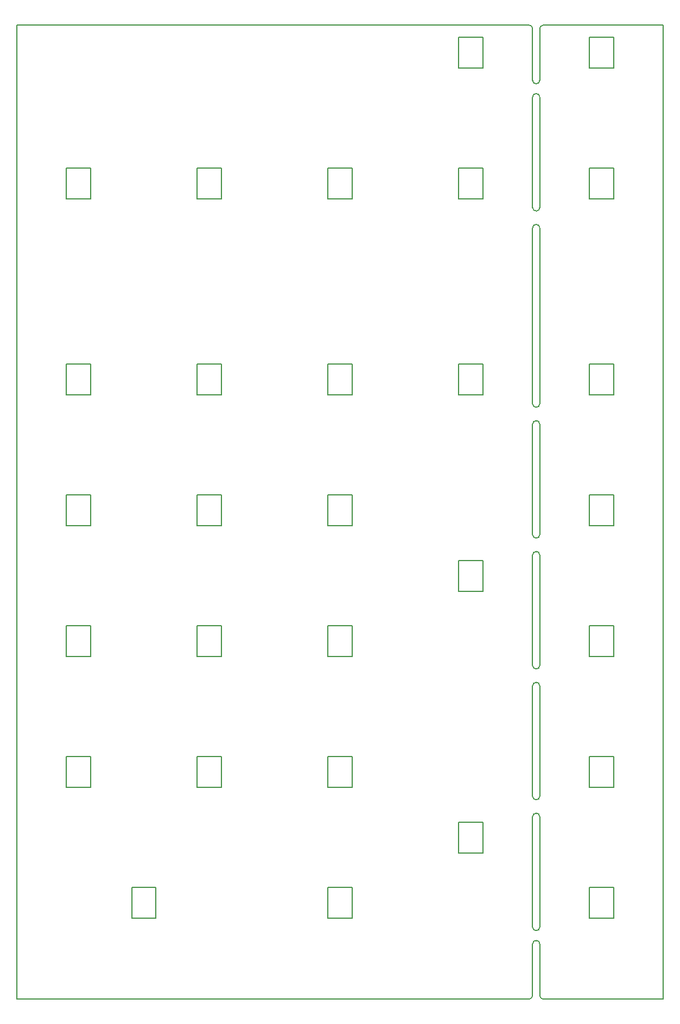
<source format=gm1>
G04 #@! TF.GenerationSoftware,KiCad,Pcbnew,(5.0.0)*
G04 #@! TF.CreationDate,2018-09-18T23:33:11-07:00*
G04 #@! TF.ProjectId,chiral,63686972616C2E6B696361645F706362,v0.2*
G04 #@! TF.SameCoordinates,Original*
G04 #@! TF.FileFunction,Profile,NP*
%FSLAX46Y46*%
G04 Gerber Fmt 4.6, Leading zero omitted, Abs format (unit mm)*
G04 Created by KiCad (PCBNEW (5.0.0)) date 09/18/18 23:33:11*
%MOMM*%
%LPD*%
G01*
G04 APERTURE LIST*
%ADD10C,0.150000*%
G04 #@! TA.AperFunction,NonConductor*
%ADD11C,0.150000*%
G04 #@! TD*
G04 APERTURE END LIST*
D10*
X115350000Y-38625000D02*
X132825000Y-38625000D01*
X38625000Y-38625000D02*
X113250000Y-38625000D01*
X38625000Y-180450000D02*
X38625000Y-38625000D01*
X132825000Y-180450000D02*
X115325000Y-180450000D01*
X113300000Y-180450000D02*
X38625000Y-180450000D01*
X132825000Y-38625000D02*
X132825000Y-180450000D01*
D11*
G04 #@! TO.C,B1*
X113250000Y-38625000D02*
G75*
G02X113775000Y-39150000I0J-525000D01*
G01*
X115350000Y-38625000D02*
G75*
G03X114825000Y-39150000I0J-525000D01*
G01*
X114825000Y-46650000D02*
G75*
G02X113775000Y-46650000I-525000J0D01*
G01*
X113775000Y-39150000D02*
X113775000Y-46650000D01*
X114825000Y-46650000D02*
X114825000Y-39150000D01*
G04 #@! TO.C,B2*
X113775000Y-49125000D02*
X113775000Y-65175000D01*
X114825000Y-65175000D02*
X114825000Y-49125000D01*
X113775000Y-49125000D02*
G75*
G02X114825000Y-49125000I525000J0D01*
G01*
X114825000Y-65175000D02*
G75*
G02X113775000Y-65175000I-525000J0D01*
G01*
G04 #@! TO.C,B3*
X113775000Y-68175000D02*
X113775000Y-93750000D01*
X114825000Y-93750000D02*
X114825000Y-68175000D01*
X113775000Y-68175000D02*
G75*
G02X114825000Y-68175000I525000J0D01*
G01*
X114825000Y-93750000D02*
G75*
G02X113775000Y-93750000I-525000J0D01*
G01*
G04 #@! TO.C,B4*
X114825000Y-112800000D02*
G75*
G02X113775000Y-112800000I-525000J0D01*
G01*
X113775000Y-96750000D02*
G75*
G02X114825000Y-96750000I525000J0D01*
G01*
X114825000Y-112800000D02*
X114825000Y-96750000D01*
X113775000Y-96750000D02*
X113775000Y-112800000D01*
G04 #@! TO.C,B5*
X113775000Y-115800000D02*
X113775000Y-131850000D01*
X114825000Y-131850000D02*
X114825000Y-115800000D01*
X113775000Y-115800000D02*
G75*
G02X114825000Y-115800000I525000J0D01*
G01*
X114825000Y-131850000D02*
G75*
G02X113775000Y-131850000I-525000J0D01*
G01*
G04 #@! TO.C,B6*
X114825000Y-150900000D02*
G75*
G02X113775000Y-150900000I-525000J0D01*
G01*
X113775000Y-134850000D02*
G75*
G02X114825000Y-134850000I525000J0D01*
G01*
X114825000Y-150900000D02*
X114825000Y-134850000D01*
X113775000Y-134850000D02*
X113775000Y-150900000D01*
G04 #@! TO.C,B7*
X113775000Y-153900000D02*
X113775000Y-169950000D01*
X114825000Y-169950000D02*
X114825000Y-153900000D01*
X113775000Y-153900000D02*
G75*
G02X114825000Y-153900000I525000J0D01*
G01*
X114825000Y-169950000D02*
G75*
G02X113775000Y-169950000I-525000J0D01*
G01*
G04 #@! TO.C,B8*
X113775000Y-172425000D02*
X113775000Y-179925000D01*
X114825000Y-179925000D02*
X114825000Y-172425000D01*
X113775000Y-172425000D02*
G75*
G02X114825000Y-172425000I525000J0D01*
G01*
X113250000Y-180450000D02*
G75*
G03X113775000Y-179925000I0J525000D01*
G01*
X115350000Y-180450000D02*
G75*
G02X114825000Y-179925000I0J525000D01*
G01*
G04 #@! TO.C,U1*
X106525000Y-44873740D02*
X103025000Y-44873740D01*
X103025000Y-40373740D02*
X106525000Y-40373740D01*
X106525000Y-40373740D02*
X106525000Y-44873740D01*
X103025000Y-40373740D02*
X103025000Y-44873740D01*
G04 #@! TO.C,U2*
X125575000Y-44873740D02*
X122075000Y-44873740D01*
X122075000Y-40373740D02*
X125575000Y-40373740D01*
X125575000Y-40373740D02*
X125575000Y-44873740D01*
X122075000Y-40373740D02*
X122075000Y-44873740D01*
G04 #@! TO.C,U3*
X45875000Y-59423740D02*
X45875000Y-63923740D01*
X49375000Y-59423740D02*
X49375000Y-63923740D01*
X45875000Y-59423740D02*
X49375000Y-59423740D01*
X49375000Y-63923740D02*
X45875000Y-63923740D01*
G04 #@! TO.C,U4*
X68425000Y-63923740D02*
X64925000Y-63923740D01*
X64925000Y-59423740D02*
X68425000Y-59423740D01*
X68425000Y-59423740D02*
X68425000Y-63923740D01*
X64925000Y-59423740D02*
X64925000Y-63923740D01*
G04 #@! TO.C,U5*
X87475000Y-63923740D02*
X83975000Y-63923740D01*
X83975000Y-59423740D02*
X87475000Y-59423740D01*
X87475000Y-59423740D02*
X87475000Y-63923740D01*
X83975000Y-59423740D02*
X83975000Y-63923740D01*
G04 #@! TO.C,U6*
X103025000Y-59423740D02*
X103025000Y-63923740D01*
X106525000Y-59423740D02*
X106525000Y-63923740D01*
X103025000Y-59423740D02*
X106525000Y-59423740D01*
X106525000Y-63923740D02*
X103025000Y-63923740D01*
G04 #@! TO.C,U7*
X125575000Y-63923740D02*
X122075000Y-63923740D01*
X122075000Y-59423740D02*
X125575000Y-59423740D01*
X125575000Y-59423740D02*
X125575000Y-63923740D01*
X122075000Y-59423740D02*
X122075000Y-63923740D01*
G04 #@! TO.C,U8*
X49375000Y-92498740D02*
X45875000Y-92498740D01*
X45875000Y-87998740D02*
X49375000Y-87998740D01*
X49375000Y-87998740D02*
X49375000Y-92498740D01*
X45875000Y-87998740D02*
X45875000Y-92498740D01*
G04 #@! TO.C,U9*
X64925000Y-87998740D02*
X64925000Y-92498740D01*
X68425000Y-87998740D02*
X68425000Y-92498740D01*
X64925000Y-87998740D02*
X68425000Y-87998740D01*
X68425000Y-92498740D02*
X64925000Y-92498740D01*
G04 #@! TO.C,U10*
X83975000Y-87998740D02*
X83975000Y-92498740D01*
X87475000Y-87998740D02*
X87475000Y-92498740D01*
X83975000Y-87998740D02*
X87475000Y-87998740D01*
X87475000Y-92498740D02*
X83975000Y-92498740D01*
G04 #@! TO.C,U11*
X103025000Y-87998740D02*
X103025000Y-92498740D01*
X106525000Y-87998740D02*
X106525000Y-92498740D01*
X103025000Y-87998740D02*
X106525000Y-87998740D01*
X106525000Y-92498740D02*
X103025000Y-92498740D01*
G04 #@! TO.C,U12*
X125575000Y-92498740D02*
X122075000Y-92498740D01*
X122075000Y-87998740D02*
X125575000Y-87998740D01*
X125575000Y-87998740D02*
X125575000Y-92498740D01*
X122075000Y-87998740D02*
X122075000Y-92498740D01*
G04 #@! TO.C,U13*
X49375000Y-111548740D02*
X45875000Y-111548740D01*
X45875000Y-107048740D02*
X49375000Y-107048740D01*
X49375000Y-107048740D02*
X49375000Y-111548740D01*
X45875000Y-107048740D02*
X45875000Y-111548740D01*
G04 #@! TO.C,U14*
X64925000Y-107048740D02*
X64925000Y-111548740D01*
X68425000Y-107048740D02*
X68425000Y-111548740D01*
X64925000Y-107048740D02*
X68425000Y-107048740D01*
X68425000Y-111548740D02*
X64925000Y-111548740D01*
G04 #@! TO.C,U15*
X87475000Y-111548740D02*
X83975000Y-111548740D01*
X83975000Y-107048740D02*
X87475000Y-107048740D01*
X87475000Y-107048740D02*
X87475000Y-111548740D01*
X83975000Y-107048740D02*
X83975000Y-111548740D01*
G04 #@! TO.C,U16*
X103025000Y-116573740D02*
X103025000Y-121073740D01*
X106525000Y-116573740D02*
X106525000Y-121073740D01*
X103025000Y-116573740D02*
X106525000Y-116573740D01*
X106525000Y-121073740D02*
X103025000Y-121073740D01*
G04 #@! TO.C,U17*
X122075000Y-107048740D02*
X122075000Y-111548740D01*
X125575000Y-107048740D02*
X125575000Y-111548740D01*
X122075000Y-107048740D02*
X125575000Y-107048740D01*
X125575000Y-111548740D02*
X122075000Y-111548740D01*
G04 #@! TO.C,U18*
X45875000Y-126098740D02*
X45875000Y-130598740D01*
X49375000Y-126098740D02*
X49375000Y-130598740D01*
X45875000Y-126098740D02*
X49375000Y-126098740D01*
X49375000Y-130598740D02*
X45875000Y-130598740D01*
G04 #@! TO.C,U19*
X64925000Y-126098740D02*
X64925000Y-130598740D01*
X68425000Y-126098740D02*
X68425000Y-130598740D01*
X64925000Y-126098740D02*
X68425000Y-126098740D01*
X68425000Y-130598740D02*
X64925000Y-130598740D01*
G04 #@! TO.C,U20*
X87475000Y-130598740D02*
X83975000Y-130598740D01*
X83975000Y-126098740D02*
X87475000Y-126098740D01*
X87475000Y-126098740D02*
X87475000Y-130598740D01*
X83975000Y-126098740D02*
X83975000Y-130598740D01*
G04 #@! TO.C,U21*
X122075000Y-126098740D02*
X122075000Y-130598740D01*
X125575000Y-126098740D02*
X125575000Y-130598740D01*
X122075000Y-126098740D02*
X125575000Y-126098740D01*
X125575000Y-130598740D02*
X122075000Y-130598740D01*
G04 #@! TO.C,U22*
X45875000Y-145148740D02*
X45875000Y-149648740D01*
X49375000Y-145148740D02*
X49375000Y-149648740D01*
X45875000Y-145148740D02*
X49375000Y-145148740D01*
X49375000Y-149648740D02*
X45875000Y-149648740D01*
G04 #@! TO.C,U23*
X68425000Y-149648740D02*
X64925000Y-149648740D01*
X64925000Y-145148740D02*
X68425000Y-145148740D01*
X68425000Y-145148740D02*
X68425000Y-149648740D01*
X64925000Y-145148740D02*
X64925000Y-149648740D01*
G04 #@! TO.C,U24*
X87475000Y-149648740D02*
X83975000Y-149648740D01*
X83975000Y-145148740D02*
X87475000Y-145148740D01*
X87475000Y-145148740D02*
X87475000Y-149648740D01*
X83975000Y-145148740D02*
X83975000Y-149648740D01*
G04 #@! TO.C,U25*
X103025000Y-154673740D02*
X103025000Y-159173740D01*
X106525000Y-154673740D02*
X106525000Y-159173740D01*
X103025000Y-154673740D02*
X106525000Y-154673740D01*
X106525000Y-159173740D02*
X103025000Y-159173740D01*
G04 #@! TO.C,U26*
X125575000Y-149648740D02*
X122075000Y-149648740D01*
X122075000Y-145148740D02*
X125575000Y-145148740D01*
X125575000Y-145148740D02*
X125575000Y-149648740D01*
X122075000Y-145148740D02*
X122075000Y-149648740D01*
G04 #@! TO.C,U27*
X58900000Y-168698740D02*
X55400000Y-168698740D01*
X55400000Y-164198740D02*
X58900000Y-164198740D01*
X58900000Y-164198740D02*
X58900000Y-168698740D01*
X55400000Y-164198740D02*
X55400000Y-168698740D01*
G04 #@! TO.C,U28*
X83975000Y-164198740D02*
X83975000Y-168698740D01*
X87475000Y-164198740D02*
X87475000Y-168698740D01*
X83975000Y-164198740D02*
X87475000Y-164198740D01*
X87475000Y-168698740D02*
X83975000Y-168698740D01*
G04 #@! TO.C,U29*
X125575000Y-168698740D02*
X122075000Y-168698740D01*
X122075000Y-164198740D02*
X125575000Y-164198740D01*
X125575000Y-164198740D02*
X125575000Y-168698740D01*
X122075000Y-164198740D02*
X122075000Y-168698740D01*
G04 #@! TD*
M02*

</source>
